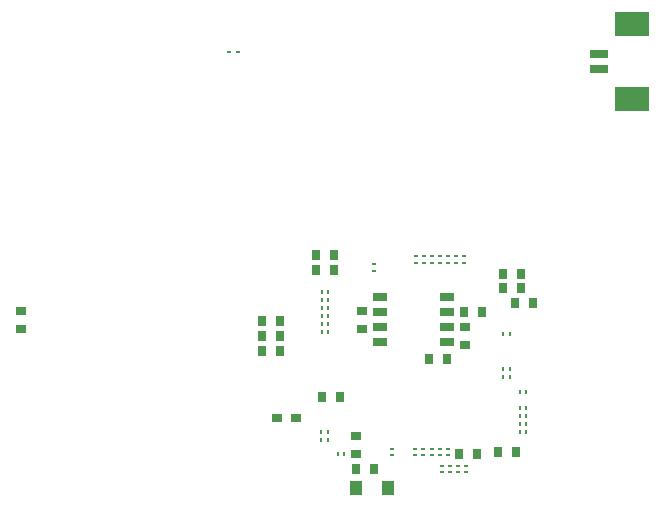
<source format=gbp>
G04*
G04 #@! TF.GenerationSoftware,Altium Limited,Altium Designer,22.1.2 (22)*
G04*
G04 Layer_Color=128*
%FSLAX25Y25*%
%MOIN*%
G70*
G04*
G04 #@! TF.SameCoordinates,4AADA1E1-E747-4A0A-B92B-AFF9719D9D6B*
G04*
G04*
G04 #@! TF.FilePolarity,Positive*
G04*
G01*
G75*
%ADD16R,0.03000X0.03500*%
%ADD19R,0.03500X0.03000*%
%ADD21R,0.01457X0.01063*%
%ADD33R,0.01063X0.01457*%
%ADD147R,0.11811X0.08268*%
%ADD148R,0.06299X0.03150*%
%ADD149R,0.05158X0.02559*%
%ADD150R,0.04173X0.04685*%
%ADD151R,0.03347X0.02756*%
%ADD152R,0.01417X0.01063*%
D16*
X-44400Y117653D02*
D03*
X-50400D02*
D03*
X-44400Y127653D02*
D03*
X-50400D02*
D03*
X-44400Y122653D02*
D03*
X-50400D02*
D03*
X-30600Y102253D02*
D03*
X-24600D02*
D03*
X5200Y114800D02*
D03*
X11200D02*
D03*
X22900Y130400D02*
D03*
X16900D02*
D03*
X-26300Y149553D02*
D03*
X-32300D02*
D03*
X-26300Y144653D02*
D03*
X-32300D02*
D03*
X15200Y83153D02*
D03*
X21200D02*
D03*
X33800Y133453D02*
D03*
X39800D02*
D03*
X-13200Y78253D02*
D03*
X-19200D02*
D03*
X29800Y138416D02*
D03*
X35800D02*
D03*
X34100Y83700D02*
D03*
X28100D02*
D03*
X29800Y143353D02*
D03*
X35800D02*
D03*
D19*
X-17000Y124800D02*
D03*
Y130800D02*
D03*
X17200Y125400D02*
D03*
Y119400D02*
D03*
X-130750Y130753D02*
D03*
Y124753D02*
D03*
X-19200Y89116D02*
D03*
Y83116D02*
D03*
D21*
X-13200Y146483D02*
D03*
Y144317D02*
D03*
X16800Y146945D02*
D03*
Y149110D02*
D03*
X14167Y149110D02*
D03*
Y146945D02*
D03*
X600Y82788D02*
D03*
Y84953D02*
D03*
X1000Y149110D02*
D03*
Y146945D02*
D03*
X3325Y82788D02*
D03*
Y84953D02*
D03*
X11533Y149110D02*
D03*
Y146945D02*
D03*
X8900Y149110D02*
D03*
Y146945D02*
D03*
X3633Y149110D02*
D03*
Y146945D02*
D03*
X6267Y149110D02*
D03*
Y146945D02*
D03*
X6050Y82788D02*
D03*
Y84953D02*
D03*
X8775Y82788D02*
D03*
Y84953D02*
D03*
X11500Y82788D02*
D03*
Y84953D02*
D03*
X9700Y79335D02*
D03*
Y77170D02*
D03*
X12300Y79335D02*
D03*
Y77170D02*
D03*
X14900Y79335D02*
D03*
Y77170D02*
D03*
X17500Y79335D02*
D03*
Y77170D02*
D03*
X-7200Y82788D02*
D03*
Y84953D02*
D03*
D33*
X35400Y98419D02*
D03*
X37565D02*
D03*
X35400Y95793D02*
D03*
X37565D02*
D03*
Y93166D02*
D03*
X35400D02*
D03*
X37565Y90540D02*
D03*
X35400D02*
D03*
X-30665Y90503D02*
D03*
X-28500D02*
D03*
X-28318Y123953D02*
D03*
X-30483D02*
D03*
X-28318Y137204D02*
D03*
X-30483D02*
D03*
Y134581D02*
D03*
X-28318D02*
D03*
X-30483Y126610D02*
D03*
X-28318D02*
D03*
X-30483Y129267D02*
D03*
X-28318D02*
D03*
X-30483Y131924D02*
D03*
X-28318D02*
D03*
X29935Y123253D02*
D03*
X32100D02*
D03*
X-30665Y87853D02*
D03*
X-28500D02*
D03*
X-25187Y83104D02*
D03*
X-23022D02*
D03*
X37565Y103753D02*
D03*
X35400D02*
D03*
X32100Y108853D02*
D03*
X29935D02*
D03*
X32100Y111653D02*
D03*
X29935D02*
D03*
D147*
X72999Y226500D02*
D03*
Y201500D02*
D03*
D148*
X61901Y216461D02*
D03*
Y211539D02*
D03*
D149*
X11201Y135453D02*
D03*
Y130453D02*
D03*
Y125453D02*
D03*
Y120453D02*
D03*
X-11201D02*
D03*
Y125453D02*
D03*
Y130453D02*
D03*
Y135453D02*
D03*
D150*
X-19235Y71900D02*
D03*
D03*
X-8565D02*
D03*
D151*
X-39052Y95052D02*
D03*
X-45548D02*
D03*
D152*
X-58300Y217253D02*
D03*
X-61607D02*
D03*
M02*

</source>
